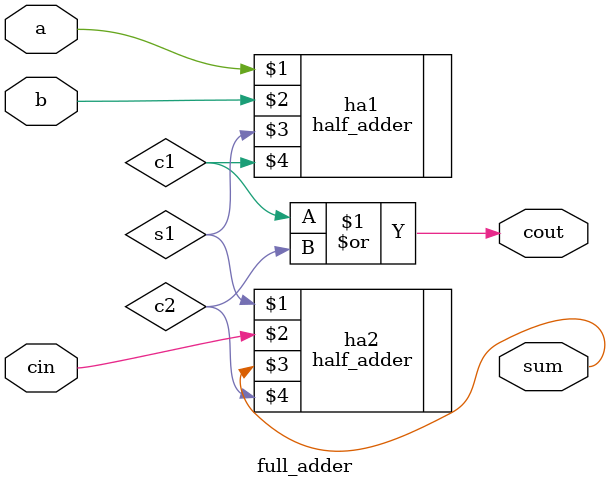
<source format=v>
`timescale 1ns / 1ps


module full_adder(
input a,
input b,
input cin,
output sum,
output cout
);

wire s1,c1,c2;
half_adder ha1(a, b, s1, c1);
half_adder ha2(s1, cin, sum, c2);
or or1(cout, c1, c2);
endmodule

</source>
